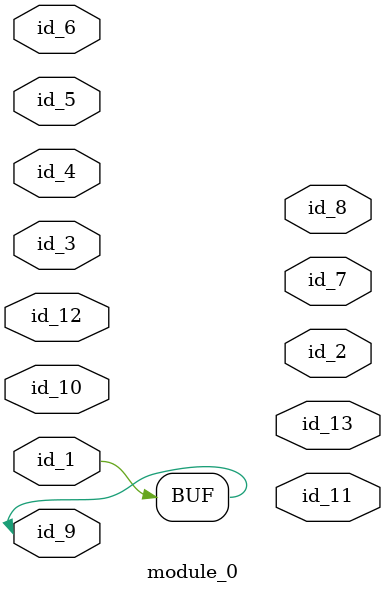
<source format=v>
module module_0 (
    id_1,
    id_2,
    id_3,
    id_4,
    id_5,
    id_6,
    id_7,
    id_8,
    id_9,
    id_10,
    id_11,
    id_12,
    id_13
);
  output id_13;
  input id_12;
  output id_11;
  input id_10;
  input id_9;
  output id_8;
  output id_7;
  input id_6;
  input id_5;
  input id_4;
  input id_3;
  output id_2;
  input id_1;
  assign id_9 = id_1;
  id_14 id_15 (
      .id_4 (id_6),
      .id_12(id_12),
      .id_11(id_9),
      .id_5 (id_12)
  );
endmodule

</source>
